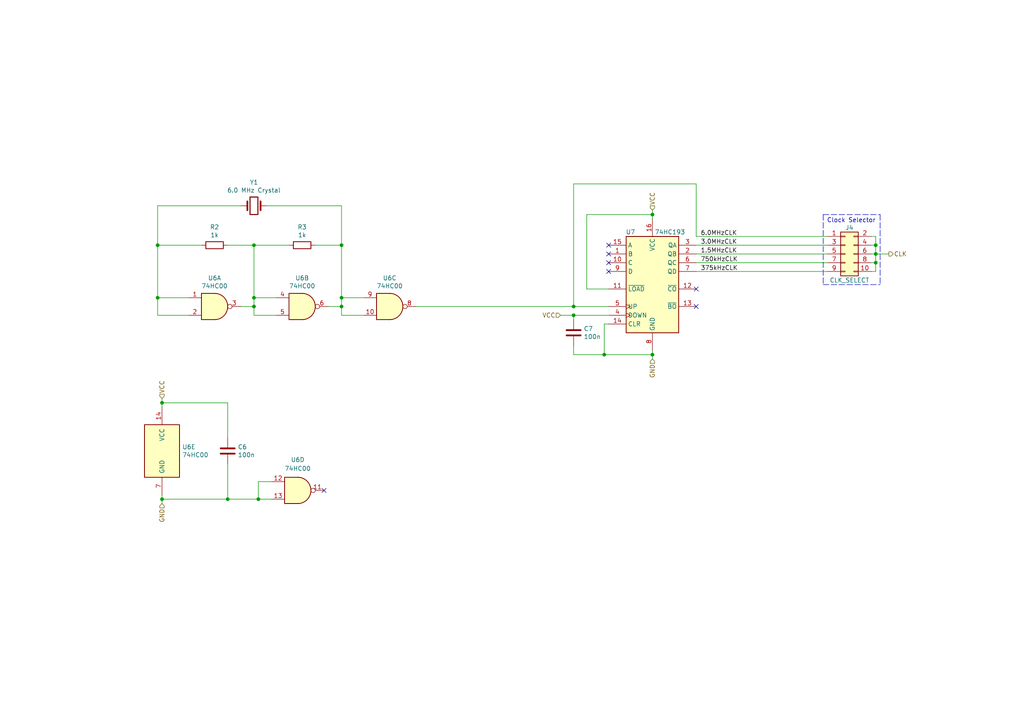
<source format=kicad_sch>
(kicad_sch (version 20231120) (generator "eeschema") (generator_version "8.0")
  (paper "A4")
  (title_block (title "ZComputer - Main Board - Clock generator") (date "2024-06-10") (rev "v0.1") (company "Maxime Chretien") (comment 1 "mchretien@linuxmail.org"))
  (lib_symbols
    (symbol "74xx:74HC00" (pin_names (offset 1.016))
      (property "Reference" "U" (at 0 1.27 0))
      (property "Value" "74HC00" (at 0 -1.27 0))
      (symbol "74HC00_1_1"
        (arc (start 0 -3.81) (mid 3.7934 0) (end 0 3.81) (stroke (width 0.254)) (fill (type background)))
        (polyline (pts (xy 0 3.81) (xy -3.81 3.81) (xy -3.81 -3.81) (xy 0 -3.81)) (stroke (width 0.254)) (fill (type background)))
        (pin input line (at -7.62 2.54 0) (length 3.81) (name "~") (number "1"))
        (pin input line (at -7.62 -2.54 0) (length 3.81) (name "~") (number "2"))
        (pin output inverted (at 7.62 0 180) (length 3.81) (name "~") (number "3"))
      )
      (symbol "74HC00_1_2"
        (arc (start -3.81 -3.81) (mid -2.589 0) (end -3.81 3.81) (stroke (width 0.254)))
        (arc (start -0.6096 -3.81) (mid 2.1842 -2.5851) (end 3.81 0) (stroke (width 0.254)) (fill (type background)))
        (polyline (pts (xy -3.81 -3.81) (xy -0.635 -3.81)) (stroke (width 0.254)) (fill (type background)))
        (polyline (pts (xy -3.81 3.81) (xy -0.635 3.81)) (stroke (width 0.254)) (fill (type background)))
        (polyline (pts (xy -0.635 3.81) (xy -3.81 3.81) (xy -3.81 3.81) (xy -3.556 3.4036) (xy -3.0226 2.2606) (xy -2.6924 1.0414) (xy -2.6162 -0.254) (xy -2.7686 -1.4986) (xy -3.175 -2.7178) (xy -3.81 -3.81) (xy -3.81 -3.81) (xy -0.635 -3.81)) (stroke (width -25.4)) (fill (type background)))
        (arc (start 3.81 0) (mid 2.1915 2.5936) (end -0.6096 3.81) (stroke (width 0.254)) (fill (type background)))
        (pin input inverted (at -7.62 2.54 0) (length 4.318) (name "~") (number "1"))
        (pin input inverted (at -7.62 -2.54 0) (length 4.318) (name "~") (number "2"))
        (pin output line (at 7.62 0 180) (length 3.81) (name "~") (number "3"))
      )
      (symbol "74HC00_2_1"
        (arc (start 0 -3.81) (mid 3.7934 0) (end 0 3.81) (stroke (width 0.254)) (fill (type background)))
        (polyline (pts (xy 0 3.81) (xy -3.81 3.81) (xy -3.81 -3.81) (xy 0 -3.81)) (stroke (width 0.254)) (fill (type background)))
        (pin input line (at -7.62 2.54 0) (length 3.81) (name "~") (number "4"))
        (pin input line (at -7.62 -2.54 0) (length 3.81) (name "~") (number "5"))
        (pin output inverted (at 7.62 0 180) (length 3.81) (name "~") (number "6"))
      )
      (symbol "74HC00_2_2"
        (arc (start -3.81 -3.81) (mid -2.589 0) (end -3.81 3.81) (stroke (width 0.254)))
        (arc (start -0.6096 -3.81) (mid 2.1842 -2.5851) (end 3.81 0) (stroke (width 0.254)) (fill (type background)))
        (polyline (pts (xy -3.81 -3.81) (xy -0.635 -3.81)) (stroke (width 0.254)) (fill (type background)))
        (polyline (pts (xy -3.81 3.81) (xy -0.635 3.81)) (stroke (width 0.254)) (fill (type background)))
        (polyline (pts (xy -0.635 3.81) (xy -3.81 3.81) (xy -3.81 3.81) (xy -3.556 3.4036) (xy -3.0226 2.2606) (xy -2.6924 1.0414) (xy -2.6162 -0.254) (xy -2.7686 -1.4986) (xy -3.175 -2.7178) (xy -3.81 -3.81) (xy -3.81 -3.81) (xy -0.635 -3.81)) (stroke (width -25.4)) (fill (type background)))
        (arc (start 3.81 0) (mid 2.1915 2.5936) (end -0.6096 3.81) (stroke (width 0.254)) (fill (type background)))
        (pin input inverted (at -7.62 2.54 0) (length 4.318) (name "~") (number "4"))
        (pin input inverted (at -7.62 -2.54 0) (length 4.318) (name "~") (number "5"))
        (pin output line (at 7.62 0 180) (length 3.81) (name "~") (number "6"))
      )
      (symbol "74HC00_3_1"
        (arc (start 0 -3.81) (mid 3.7934 0) (end 0 3.81) (stroke (width 0.254)) (fill (type background)))
        (polyline (pts (xy 0 3.81) (xy -3.81 3.81) (xy -3.81 -3.81) (xy 0 -3.81)) (stroke (width 0.254)) (fill (type background)))
        (pin input line (at -7.62 -2.54 0) (length 3.81) (name "~") (number "10"))
        (pin output inverted (at 7.62 0 180) (length 3.81) (name "~") (number "8"))
        (pin input line (at -7.62 2.54 0) (length 3.81) (name "~") (number "9"))
      )
      (symbol "74HC00_3_2"
        (arc (start -3.81 -3.81) (mid -2.589 0) (end -3.81 3.81) (stroke (width 0.254)))
        (arc (start -0.6096 -3.81) (mid 2.1842 -2.5851) (end 3.81 0) (stroke (width 0.254)) (fill (type background)))
        (polyline (pts (xy -3.81 -3.81) (xy -0.635 -3.81)) (stroke (width 0.254)) (fill (type background)))
        (polyline (pts (xy -3.81 3.81) (xy -0.635 3.81)) (stroke (width 0.254)) (fill (type background)))
        (polyline (pts (xy -0.635 3.81) (xy -3.81 3.81) (xy -3.81 3.81) (xy -3.556 3.4036) (xy -3.0226 2.2606) (xy -2.6924 1.0414) (xy -2.6162 -0.254) (xy -2.7686 -1.4986) (xy -3.175 -2.7178) (xy -3.81 -3.81) (xy -3.81 -3.81) (xy -0.635 -3.81)) (stroke (width -25.4)) (fill (type background)))
        (arc (start 3.81 0) (mid 2.1915 2.5936) (end -0.6096 3.81) (stroke (width 0.254)) (fill (type background)))
        (pin input inverted (at -7.62 -2.54 0) (length 4.318) (name "~") (number "10"))
        (pin output line (at 7.62 0 180) (length 3.81) (name "~") (number "8"))
        (pin input inverted (at -7.62 2.54 0) (length 4.318) (name "~") (number "9"))
      )
      (symbol "74HC00_4_1"
        (arc (start 0 -3.81) (mid 3.7934 0) (end 0 3.81) (stroke (width 0.254)) (fill (type background)))
        (polyline (pts (xy 0 3.81) (xy -3.81 3.81) (xy -3.81 -3.81) (xy 0 -3.81)) (stroke (width 0.254)) (fill (type background)))
        (pin output inverted (at 7.62 0 180) (length 3.81) (name "~") (number "11"))
        (pin input line (at -7.62 2.54 0) (length 3.81) (name "~") (number "12"))
        (pin input line (at -7.62 -2.54 0) (length 3.81) (name "~") (number "13"))
      )
      (symbol "74HC00_4_2"
        (arc (start -3.81 -3.81) (mid -2.589 0) (end -3.81 3.81) (stroke (width 0.254)))
        (arc (start -0.6096 -3.81) (mid 2.1842 -2.5851) (end 3.81 0) (stroke (width 0.254)) (fill (type background)))
        (polyline (pts (xy -3.81 -3.81) (xy -0.635 -3.81)) (stroke (width 0.254)) (fill (type background)))
        (polyline (pts (xy -3.81 3.81) (xy -0.635 3.81)) (stroke (width 0.254)) (fill (type background)))
        (polyline (pts (xy -0.635 3.81) (xy -3.81 3.81) (xy -3.81 3.81) (xy -3.556 3.4036) (xy -3.0226 2.2606) (xy -2.6924 1.0414) (xy -2.6162 -0.254) (xy -2.7686 -1.4986) (xy -3.175 -2.7178) (xy -3.81 -3.81) (xy -3.81 -3.81) (xy -0.635 -3.81)) (stroke (width -25.4)) (fill (type background)))
        (arc (start 3.81 0) (mid 2.1915 2.5936) (end -0.6096 3.81) (stroke (width 0.254)) (fill (type background)))
        (pin output line (at 7.62 0 180) (length 3.81) (name "~") (number "11"))
        (pin input inverted (at -7.62 2.54 0) (length 4.318) (name "~") (number "12"))
        (pin input inverted (at -7.62 -2.54 0) (length 4.318) (name "~") (number "13"))
      )
      (symbol "74HC00_5_0"
        (pin power_in line (at 0 12.7 270) (length 5.08) (name "VCC") (number "14"))
        (pin power_in line (at 0 -12.7 90) (length 5.08) (name "GND") (number "7"))
      )
      (symbol "74HC00_5_1"
        (rectangle (start -5.08 7.62) (end 5.08 -7.62) (stroke (width 0.254)) (fill (type background)))
      )
    )
    (symbol "Connector_Generic:Conn_02x05_Odd_Even" (pin_names (offset 1.016) hide)
      (property "Reference" "J" (at 1.27 7.62 0))
      (property "Value" "Conn_02x05_Odd_Even" (at 1.27 -7.62 0))
      (symbol "Conn_02x05_Odd_Even_1_1"
        (rectangle (start -1.27 -4.953) (end 0 -5.207) (stroke (width 0.1524)))
        (rectangle (start -1.27 -2.413) (end 0 -2.667) (stroke (width 0.1524)))
        (rectangle (start -1.27 0.127) (end 0 -0.127) (stroke (width 0.1524)))
        (rectangle (start -1.27 2.667) (end 0 2.413) (stroke (width 0.1524)))
        (rectangle (start -1.27 5.207) (end 0 4.953) (stroke (width 0.1524)))
        (rectangle (start -1.27 6.35) (end 3.81 -6.35) (stroke (width 0.254)) (fill (type background)))
        (rectangle (start 3.81 -4.953) (end 2.54 -5.207) (stroke (width 0.1524)))
        (rectangle (start 3.81 -2.413) (end 2.54 -2.667) (stroke (width 0.1524)))
        (rectangle (start 3.81 0.127) (end 2.54 -0.127) (stroke (width 0.1524)))
        (rectangle (start 3.81 2.667) (end 2.54 2.413) (stroke (width 0.1524)))
        (rectangle (start 3.81 5.207) (end 2.54 4.953) (stroke (width 0.1524)))
        (pin passive line (at -5.08 5.08 0) (length 3.81) (name "Pin_1") (number "1"))
        (pin passive line (at 7.62 -5.08 180) (length 3.81) (name "Pin_10") (number "10"))
        (pin passive line (at 7.62 5.08 180) (length 3.81) (name "Pin_2") (number "2"))
        (pin passive line (at -5.08 2.54 0) (length 3.81) (name "Pin_3") (number "3"))
        (pin passive line (at 7.62 2.54 180) (length 3.81) (name "Pin_4") (number "4"))
        (pin passive line (at -5.08 0 0) (length 3.81) (name "Pin_5") (number "5"))
        (pin passive line (at 7.62 0 180) (length 3.81) (name "Pin_6") (number "6"))
        (pin passive line (at -5.08 -2.54 0) (length 3.81) (name "Pin_7") (number "7"))
        (pin passive line (at 7.62 -2.54 180) (length 3.81) (name "Pin_8") (number "8"))
        (pin passive line (at -5.08 -5.08 0) (length 3.81) (name "Pin_9") (number "9"))
      )
    )
    (symbol "Device:C" (pin_numbers hide) (pin_names (offset 0.254))
      (property "Reference" "C" (at 0.635 2.54 0))
      (property "Value" "C" (at 0.635 -2.54 0))
      (symbol "C_0_1"
        (polyline (pts (xy -2.032 -0.762) (xy 2.032 -0.762)) (stroke (width 0.508)))
        (polyline (pts (xy -2.032 0.762) (xy 2.032 0.762)) (stroke (width 0.508)))
      )
      (symbol "C_1_1"
        (pin passive line (at 0 3.81 270) (length 2.794) (name "~") (number "1"))
        (pin passive line (at 0 -3.81 90) (length 2.794) (name "~") (number "2"))
      )
    )
    (symbol "Device:Crystal" (pin_numbers hide) (pin_names (offset 1.016) hide)
      (property "Reference" "Y" (at 0 3.81 0))
      (property "Value" "Crystal" (at 0 -3.81 0))
      (symbol "Crystal_0_1"
        (rectangle (start -1.143 2.54) (end 1.143 -2.54) (stroke (width 0.3048)))
        (polyline (pts (xy -2.54 0) (xy -1.905 0)))
        (polyline (pts (xy -1.905 -1.27) (xy -1.905 1.27)) (stroke (width 0.508)))
        (polyline (pts (xy 1.905 -1.27) (xy 1.905 1.27)) (stroke (width 0.508)))
        (polyline (pts (xy 2.54 0) (xy 1.905 0)))
      )
      (symbol "Crystal_1_1"
        (pin passive line (at -3.81 0 0) (length 1.27) (name "1") (number "1"))
        (pin passive line (at 3.81 0 180) (length 1.27) (name "2") (number "2"))
      )
    )
    (symbol "Device:R" (pin_numbers hide) (pin_names (offset 0))
      (property "Reference" "R" (at 2.032 0 90))
      (property "Value" "R" (at 0 0 90))
      (symbol "R_0_1"
        (rectangle (start -1.016 -2.54) (end 1.016 2.54) (stroke (width 0.254)))
      )
      (symbol "R_1_1"
        (pin passive line (at 0 3.81 270) (length 1.27) (name "~") (number "1"))
        (pin passive line (at 0 -3.81 90) (length 1.27) (name "~") (number "2"))
      )
    )
    (symbol "ZComputer_lib:74HC193"
      (property "Reference" "U7" (at -6.35 13.97 0))
      (property "Value" "74HC193" (at 5.08 13.97 0))
      (symbol "74HC193_1_0"
        (pin input line (at -12.7 7.62 0) (length 5.08) (name "B") (number "1"))
        (pin input line (at -12.7 5.08 0) (length 5.08) (name "C") (number "10"))
        (pin input line (at -12.7 -2.54 0) (length 5.08) (name "~{LOAD}") (number "11"))
        (pin output line (at 12.7 -2.54 180) (length 5.08) (name "~{CO}") (number "12"))
        (pin output line (at 12.7 -7.62 180) (length 5.08) (name "~{BO}") (number "13"))
        (pin input line (at -12.7 -12.7 0) (length 5.08) (name "CLR") (number "14"))
        (pin input line (at -12.7 10.16 0) (length 5.08) (name "A") (number "15"))
        (pin power_in line (at 0 17.78 270) (length 5.08) (name "VCC") (number "16"))
        (pin output line (at 12.7 7.62 180) (length 5.08) (name "QB") (number "2"))
        (pin output line (at 12.7 10.16 180) (length 5.08) (name "QA") (number "3"))
        (pin input clock (at -12.7 -10.16 0) (length 5.08) (name "DOWN") (number "4"))
        (pin input clock (at -12.7 -7.62 0) (length 5.08) (name "UP") (number "5"))
        (pin output line (at 12.7 5.08 180) (length 5.08) (name "QC") (number "6"))
        (pin output line (at 12.7 2.54 180) (length 5.08) (name "QD") (number "7"))
        (pin power_in line (at 0 -20.32 90) (length 5.08) (name "GND") (number "8"))
        (pin input line (at -12.7 2.54 0) (length 5.08) (name "D") (number "9"))
      )
      (symbol "74HC193_1_1"
        (rectangle (start -7.62 12.7) (end 7.62 -15.24) (stroke (width 0.254)) (fill (type background)))
      )
    )
  )
  (junction (at 46.99 144.78))
  (junction (at 73.66 86.36))
  (junction (at 254 73.66))
  (junction (at 175.26 102.87))
  (junction (at 73.66 71.12))
  (junction (at 166.37 91.44))
  (junction (at 73.66 88.9))
  (junction (at 254 71.12))
  (junction (at 99.06 71.12))
  (junction (at 189.23 62.23))
  (junction (at 74.93 144.78))
  (junction (at 99.06 88.9))
  (junction (at 254 76.2))
  (junction (at 66.04 144.78))
  (junction (at 45.72 86.36))
  (junction (at 99.06 86.36))
  (junction (at 46.99 116.84))
  (junction (at 45.72 71.12))
  (junction (at 189.23 102.87))
  (junction (at 166.37 88.9))
  (no_connect (at 201.93 88.9))
  (no_connect (at 93.98 142.24))
  (no_connect (at 176.53 71.12))
  (no_connect (at 176.53 76.2))
  (no_connect (at 176.53 78.74))
  (no_connect (at 176.53 73.66))
  (no_connect (at 201.93 83.82))
  (wire (pts (xy 77.47 59.69) (xy 99.06 59.69)))
  (wire (pts (xy 46.99 143.51) (xy 46.99 144.78)))
  (wire (pts (xy 66.04 116.84) (xy 46.99 116.84)))
  (wire (pts (xy 175.26 102.87) (xy 166.37 102.87)))
  (wire (pts (xy 254 73.66) (xy 254 76.2)))
  (wire (pts (xy 166.37 88.9) (xy 166.37 53.34)))
  (wire (pts (xy 252.73 68.58) (xy 254 68.58)))
  (wire (pts (xy 252.73 71.12) (xy 254 71.12)))
  (wire (pts (xy 189.23 102.87) (xy 175.26 102.87)))
  (wire (pts (xy 166.37 91.44) (xy 162.56 91.44)))
  (wire (pts (xy 252.73 76.2) (xy 254 76.2)))
  (wire (pts (xy 166.37 91.44) (xy 176.53 91.44)))
  (polyline (pts (xy 255.27 62.23) (xy 255.27 82.55)) (stroke (width 0) (type dash)))
  (wire (pts (xy 254 68.58) (xy 254 71.12)))
  (wire (pts (xy 54.61 86.36) (xy 45.72 86.36)))
  (wire (pts (xy 254 71.12) (xy 254 73.66)))
  (wire (pts (xy 252.73 73.66) (xy 254 73.66)))
  (wire (pts (xy 201.93 68.58) (xy 240.03 68.58)))
  (wire (pts (xy 45.72 91.44) (xy 54.61 91.44)))
  (wire (pts (xy 58.42 71.12) (xy 45.72 71.12)))
  (wire (pts (xy 99.06 86.36) (xy 105.41 86.36)))
  (wire (pts (xy 45.72 71.12) (xy 45.72 86.36)))
  (wire (pts (xy 170.18 62.23) (xy 170.18 83.82)))
  (wire (pts (xy 105.41 91.44) (xy 99.06 91.44)))
  (wire (pts (xy 240.03 73.66) (xy 201.93 73.66)))
  (wire (pts (xy 189.23 102.87) (xy 189.23 104.14)))
  (wire (pts (xy 170.18 83.82) (xy 176.53 83.82)))
  (wire (pts (xy 95.25 88.9) (xy 99.06 88.9)))
  (wire (pts (xy 120.65 88.9) (xy 166.37 88.9)))
  (wire (pts (xy 73.66 86.36) (xy 80.01 86.36)))
  (polyline (pts (xy 238.76 62.23) (xy 238.76 82.55)) (stroke (width 0) (type dash)))
  (wire (pts (xy 45.72 86.36) (xy 45.72 91.44)))
  (wire (pts (xy 46.99 144.78) (xy 66.04 144.78)))
  (wire (pts (xy 80.01 91.44) (xy 73.66 91.44)))
  (wire (pts (xy 176.53 93.98) (xy 175.26 93.98)))
  (wire (pts (xy 189.23 101.6) (xy 189.23 102.87)))
  (wire (pts (xy 73.66 71.12) (xy 73.66 86.36)))
  (wire (pts (xy 66.04 127) (xy 66.04 116.84)))
  (wire (pts (xy 201.93 76.2) (xy 240.03 76.2)))
  (wire (pts (xy 73.66 91.44) (xy 73.66 88.9)))
  (wire (pts (xy 66.04 71.12) (xy 73.66 71.12)))
  (wire (pts (xy 99.06 71.12) (xy 99.06 86.36)))
  (wire (pts (xy 254 73.66) (xy 257.81 73.66)))
  (wire (pts (xy 46.99 116.84) (xy 46.99 118.11)))
  (wire (pts (xy 74.93 139.7) (xy 78.74 139.7)))
  (polyline (pts (xy 238.76 62.23) (xy 255.27 62.23)) (stroke (width 0) (type dash)))
  (polyline (pts (xy 238.76 82.55) (xy 255.27 82.55)) (stroke (width 0) (type dash)))
  (wire (pts (xy 69.85 88.9) (xy 73.66 88.9)))
  (wire (pts (xy 166.37 53.34) (xy 201.93 53.34)))
  (wire (pts (xy 240.03 78.74) (xy 201.93 78.74)))
  (wire (pts (xy 46.99 115.57) (xy 46.99 116.84)))
  (wire (pts (xy 74.93 144.78) (xy 74.93 139.7)))
  (wire (pts (xy 91.44 71.12) (xy 99.06 71.12)))
  (wire (pts (xy 73.66 88.9) (xy 73.66 86.36)))
  (wire (pts (xy 166.37 102.87) (xy 166.37 100.33)))
  (wire (pts (xy 189.23 62.23) (xy 189.23 63.5)))
  (wire (pts (xy 99.06 91.44) (xy 99.06 88.9)))
  (wire (pts (xy 66.04 144.78) (xy 74.93 144.78)))
  (wire (pts (xy 175.26 93.98) (xy 175.26 102.87)))
  (wire (pts (xy 69.85 59.69) (xy 45.72 59.69)))
  (wire (pts (xy 201.93 71.12) (xy 240.03 71.12)))
  (wire (pts (xy 166.37 92.71) (xy 166.37 91.44)))
  (wire (pts (xy 74.93 144.78) (xy 78.74 144.78)))
  (wire (pts (xy 254 78.74) (xy 252.73 78.74)))
  (wire (pts (xy 201.93 53.34) (xy 201.93 68.58)))
  (wire (pts (xy 83.82 71.12) (xy 73.66 71.12)))
  (wire (pts (xy 254 76.2) (xy 254 78.74)))
  (wire (pts (xy 166.37 88.9) (xy 176.53 88.9)))
  (wire (pts (xy 66.04 144.78) (xy 66.04 134.62)))
  (wire (pts (xy 189.23 60.96) (xy 189.23 62.23)))
  (wire (pts (xy 99.06 88.9) (xy 99.06 86.36)))
  (wire (pts (xy 99.06 59.69) (xy 99.06 71.12)))
  (wire (pts (xy 45.72 59.69) (xy 45.72 71.12)))
  (wire (pts (xy 189.23 62.23) (xy 170.18 62.23)))
  (wire (pts (xy 46.99 144.78) (xy 46.99 146.05)))
  (text "Clock Selector" (at 254 64.77 0) (effects (font (size 1.27 1.27)) (justify right bottom)))
  (label "375kHzCLK" (at 203.2 78.74 0))
  (label "3.0MHzCLK" (at 203.2 71.12 0))
  (label "6.0MHzCLK" (at 203.2 68.58 0))
  (label "1.5MHzCLK" (at 203.2 73.66 0))
  (label "750kHzCLK" (at 203.2 76.2 0))
  (hierarchical_label "VCC" (shape input) (at 162.56 91.44 180))
  (hierarchical_label "GND" (shape input) (at 189.23 104.14 270))
  (hierarchical_label "GND" (shape input) (at 46.99 146.05 270))
  (hierarchical_label "VCC" (shape input) (at 189.23 60.96 90))
  (hierarchical_label "CLK" (shape output) (at 257.81 73.66 0))
  (hierarchical_label "VCC" (shape input) (at 46.99 115.57 90))
  (symbol (lib_id "74xx:74HC00") (at 86.36 142.24 0) (unit 4)
    (property "Reference" "U6" (at 86.3517 133.35 0))
    (property "Value" "74HC00" (at 86.3517 135.89 0))
    (property "Footprint" "Package_DIP:DIP-14_W7.62mm_Socket_LongPads" (effects (hide yes)))
    (property "Datasheet" "http://www.ti.com/lit/gpn/sn74hc00" (effects (hide yes)))
    (property "Description" "quad 2-input NAND gate" (effects (hide yes)))
  )
  (symbol (lib_id "74xx:74HC00") (at 87.63 88.9 0) (unit 2)
    (property "Reference" "U6" (at 87.63 80.645 0))
    (property "Value" "74HC00" (at 87.63 82.9564 0))
    (property "Footprint" "Package_DIP:DIP-14_W7.62mm_Socket_LongPads" (effects (hide yes)))
    (property "Datasheet" "http://www.ti.com/lit/gpn/sn74hc00" (effects (hide yes)))
  )
  (symbol (lib_id "Device:C") (at 66.04 130.81 0) (unit 1)
    (property "Reference" "C6" (at 68.961 129.6416 0) (effects (justify left)))
    (property "Value" "100n" (at 68.961 131.953 0) (effects (justify left)))
    (property "Footprint" "Capacitor_THT:C_Disc_D4.3mm_W1.9mm_P5.00mm" (effects (hide yes)))
  )
  (symbol (lib_id "Device:Crystal") (at 73.66 59.69 0) (unit 1)
    (property "Reference" "Y1" (at 73.66 52.8828 0))
    (property "Value" "6.0 MHz Crystal" (at 73.66 55.1942 0))
    (property "Footprint" "Crystal:Crystal_HC49-4H_Vertical" (effects (hide yes)))
  )
  (symbol (lib_id "Device:C") (at 166.37 96.52 0) (unit 1)
    (property "Reference" "C7" (at 169.291 95.3516 0) (effects (justify left)))
    (property "Value" "100n" (at 169.291 97.663 0) (effects (justify left)))
    (property "Footprint" "Capacitor_THT:C_Disc_D4.3mm_W1.9mm_P5.00mm" (effects (hide yes)))
  )
  (symbol (lib_id "74xx:74HC00") (at 62.23 88.9 0) (unit 1)
    (property "Reference" "U6" (at 62.23 80.645 0))
    (property "Value" "74HC00" (at 62.23 82.9564 0))
    (property "Footprint" "Package_DIP:DIP-14_W7.62mm_Socket_LongPads" (effects (hide yes)))
    (property "Datasheet" "http://www.ti.com/lit/gpn/sn74hc00" (effects (hide yes)))
  )
  (symbol (lib_id "Device:R") (at 62.23 71.12 270) (unit 1)
    (property "Reference" "R2" (at 62.23 65.8622 90))
    (property "Value" "1k" (at 62.23 68.1736 90))
    (property "Footprint" "Resistor_THT:R_Axial_DIN0207_L6.3mm_D2.5mm_P10.16mm_Horizontal" (effects (hide yes)))
  )
  (symbol (lib_id "Device:R") (at 87.63 71.12 270) (unit 1)
    (property "Reference" "R3" (at 87.63 65.8622 90))
    (property "Value" "1k" (at 87.63 68.1736 90))
    (property "Footprint" "Resistor_THT:R_Axial_DIN0207_L6.3mm_D2.5mm_P10.16mm_Horizontal" (effects (hide yes)))
  )
  (symbol (lib_id "74xx:74HC00") (at 46.99 130.81 0) (unit 5)
    (property "Reference" "U6" (at 52.832 129.6416 0) (effects (justify left)))
    (property "Value" "74HC00" (at 52.832 131.953 0) (effects (justify left)))
    (property "Footprint" "Package_DIP:DIP-14_W7.62mm_Socket_LongPads" (effects (hide yes)))
    (property "Datasheet" "http://www.ti.com/lit/gpn/sn74hc00" (effects (hide yes)))
  )
  (symbol (lib_id "ZComputer_lib:74HC193") (at 189.23 81.28 0) (unit 1)
    (property "Reference" "U7" (at 182.88 67.31 0))
    (property "Value" "74HC193" (at 194.31 67.31 0))
    (property "Footprint" "Package_DIP:DIP-16_W7.62mm_Socket_LongPads" (effects (hide yes)))
    (property "Datasheet" "http://www.ti.com/lit/ds/symlink/sn74ls193.pdf" (effects (hide yes)))
  )
  (symbol (lib_id "74xx:74HC00") (at 113.03 88.9 0) (unit 3)
    (property "Reference" "U6" (at 113.03 80.645 0))
    (property "Value" "74HC00" (at 113.03 82.9564 0))
    (property "Footprint" "Package_DIP:DIP-14_W7.62mm_Socket_LongPads" (effects (hide yes)))
    (property "Datasheet" "http://www.ti.com/lit/gpn/sn74hc00" (effects (hide yes)))
  )
  (symbol (lib_id "Connector_Generic:Conn_02x05_Odd_Even") (at 245.11 73.66 0) (unit 1)
    (property "Reference" "J4" (at 246.38 66.04 0))
    (property "Value" "CLK_SELECT" (at 246.38 81.28 0))
    (property "Footprint" "Connector_PinHeader_2.54mm:PinHeader_2x05_P2.54mm_Vertical" (effects (hide yes)))
  )
)
</source>
